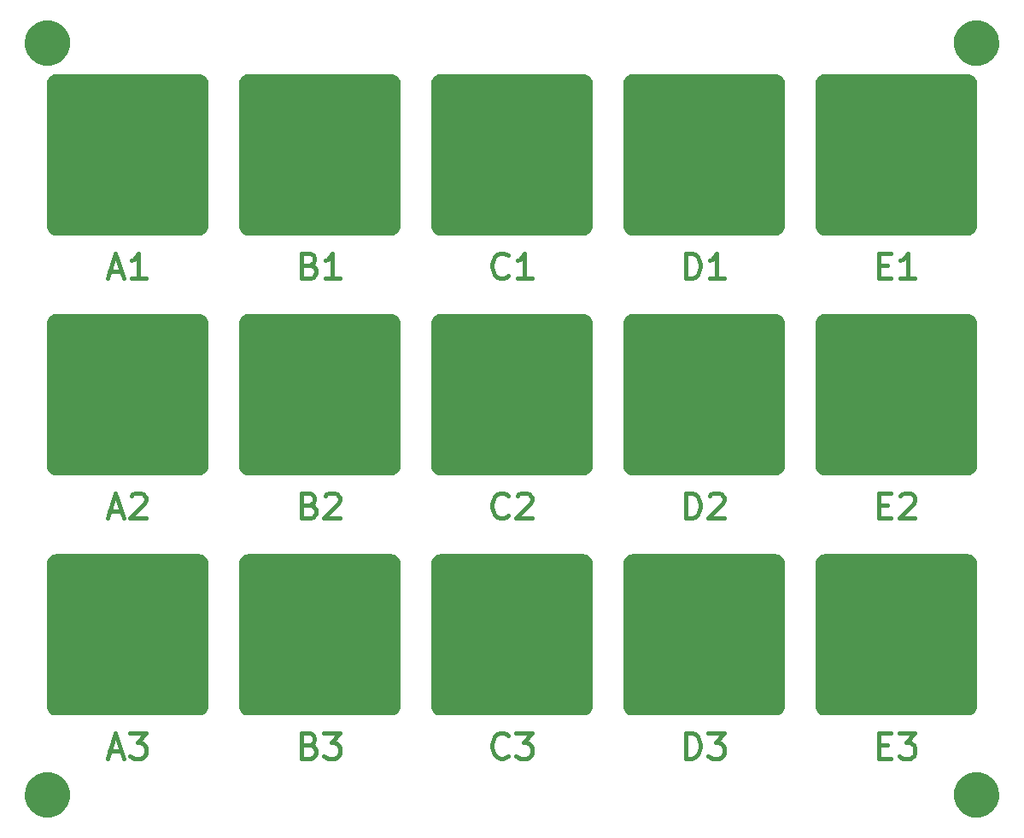
<source format=gts>
G04 #@! TF.GenerationSoftware,KiCad,Pcbnew,(5.0.2)-1*
G04 #@! TF.CreationDate,2019-04-26T21:04:54-07:00*
G04 #@! TF.ProjectId,Summit Top,53756d6d-6974-4205-946f-702e6b696361,rev?*
G04 #@! TF.SameCoordinates,Original*
G04 #@! TF.FileFunction,Soldermask,Top*
G04 #@! TF.FilePolarity,Negative*
%FSLAX46Y46*%
G04 Gerber Fmt 4.6, Leading zero omitted, Abs format (unit mm)*
G04 Created by KiCad (PCBNEW (5.0.2)-1) date 4/26/2019 9:04:54 PM*
%MOMM*%
%LPD*%
G01*
G04 APERTURE LIST*
%ADD10C,0.400000*%
%ADD11C,0.100000*%
G04 APERTURE END LIST*
D10*
X122098809Y-106183928D02*
X122932142Y-106183928D01*
X123289285Y-107493452D02*
X122098809Y-107493452D01*
X122098809Y-104993452D01*
X123289285Y-104993452D01*
X124122619Y-104993452D02*
X125670238Y-104993452D01*
X124836904Y-105945833D01*
X125194047Y-105945833D01*
X125432142Y-106064880D01*
X125551190Y-106183928D01*
X125670238Y-106422023D01*
X125670238Y-107017261D01*
X125551190Y-107255357D01*
X125432142Y-107374404D01*
X125194047Y-107493452D01*
X124479761Y-107493452D01*
X124241666Y-107374404D01*
X124122619Y-107255357D01*
X102929761Y-107493452D02*
X102929761Y-104993452D01*
X103525000Y-104993452D01*
X103882142Y-105112500D01*
X104120238Y-105350595D01*
X104239285Y-105588690D01*
X104358333Y-106064880D01*
X104358333Y-106422023D01*
X104239285Y-106898214D01*
X104120238Y-107136309D01*
X103882142Y-107374404D01*
X103525000Y-107493452D01*
X102929761Y-107493452D01*
X105191666Y-104993452D02*
X106739285Y-104993452D01*
X105905952Y-105945833D01*
X106263095Y-105945833D01*
X106501190Y-106064880D01*
X106620238Y-106183928D01*
X106739285Y-106422023D01*
X106739285Y-107017261D01*
X106620238Y-107255357D01*
X106501190Y-107374404D01*
X106263095Y-107493452D01*
X105548809Y-107493452D01*
X105310714Y-107374404D01*
X105191666Y-107255357D01*
X85308333Y-107255357D02*
X85189285Y-107374404D01*
X84832142Y-107493452D01*
X84594047Y-107493452D01*
X84236904Y-107374404D01*
X83998809Y-107136309D01*
X83879761Y-106898214D01*
X83760714Y-106422023D01*
X83760714Y-106064880D01*
X83879761Y-105588690D01*
X83998809Y-105350595D01*
X84236904Y-105112500D01*
X84594047Y-104993452D01*
X84832142Y-104993452D01*
X85189285Y-105112500D01*
X85308333Y-105231547D01*
X86141666Y-104993452D02*
X87689285Y-104993452D01*
X86855952Y-105945833D01*
X87213095Y-105945833D01*
X87451190Y-106064880D01*
X87570238Y-106183928D01*
X87689285Y-106422023D01*
X87689285Y-107017261D01*
X87570238Y-107255357D01*
X87451190Y-107374404D01*
X87213095Y-107493452D01*
X86498809Y-107493452D01*
X86260714Y-107374404D01*
X86141666Y-107255357D01*
X65663095Y-106183928D02*
X66020238Y-106302976D01*
X66139285Y-106422023D01*
X66258333Y-106660119D01*
X66258333Y-107017261D01*
X66139285Y-107255357D01*
X66020238Y-107374404D01*
X65782142Y-107493452D01*
X64829761Y-107493452D01*
X64829761Y-104993452D01*
X65663095Y-104993452D01*
X65901190Y-105112500D01*
X66020238Y-105231547D01*
X66139285Y-105469642D01*
X66139285Y-105707738D01*
X66020238Y-105945833D01*
X65901190Y-106064880D01*
X65663095Y-106183928D01*
X64829761Y-106183928D01*
X67091666Y-104993452D02*
X68639285Y-104993452D01*
X67805952Y-105945833D01*
X68163095Y-105945833D01*
X68401190Y-106064880D01*
X68520238Y-106183928D01*
X68639285Y-106422023D01*
X68639285Y-107017261D01*
X68520238Y-107255357D01*
X68401190Y-107374404D01*
X68163095Y-107493452D01*
X67448809Y-107493452D01*
X67210714Y-107374404D01*
X67091666Y-107255357D01*
X45839285Y-106779166D02*
X47029761Y-106779166D01*
X45601190Y-107493452D02*
X46434523Y-104993452D01*
X47267857Y-107493452D01*
X47863095Y-104993452D02*
X49410714Y-104993452D01*
X48577380Y-105945833D01*
X48934523Y-105945833D01*
X49172619Y-106064880D01*
X49291666Y-106183928D01*
X49410714Y-106422023D01*
X49410714Y-107017261D01*
X49291666Y-107255357D01*
X49172619Y-107374404D01*
X48934523Y-107493452D01*
X48220238Y-107493452D01*
X47982142Y-107374404D01*
X47863095Y-107255357D01*
X122098809Y-82371428D02*
X122932142Y-82371428D01*
X123289285Y-83680952D02*
X122098809Y-83680952D01*
X122098809Y-81180952D01*
X123289285Y-81180952D01*
X124241666Y-81419047D02*
X124360714Y-81300000D01*
X124598809Y-81180952D01*
X125194047Y-81180952D01*
X125432142Y-81300000D01*
X125551190Y-81419047D01*
X125670238Y-81657142D01*
X125670238Y-81895238D01*
X125551190Y-82252380D01*
X124122619Y-83680952D01*
X125670238Y-83680952D01*
X102929761Y-83680952D02*
X102929761Y-81180952D01*
X103525000Y-81180952D01*
X103882142Y-81300000D01*
X104120238Y-81538095D01*
X104239285Y-81776190D01*
X104358333Y-82252380D01*
X104358333Y-82609523D01*
X104239285Y-83085714D01*
X104120238Y-83323809D01*
X103882142Y-83561904D01*
X103525000Y-83680952D01*
X102929761Y-83680952D01*
X105310714Y-81419047D02*
X105429761Y-81300000D01*
X105667857Y-81180952D01*
X106263095Y-81180952D01*
X106501190Y-81300000D01*
X106620238Y-81419047D01*
X106739285Y-81657142D01*
X106739285Y-81895238D01*
X106620238Y-82252380D01*
X105191666Y-83680952D01*
X106739285Y-83680952D01*
X85308333Y-83442857D02*
X85189285Y-83561904D01*
X84832142Y-83680952D01*
X84594047Y-83680952D01*
X84236904Y-83561904D01*
X83998809Y-83323809D01*
X83879761Y-83085714D01*
X83760714Y-82609523D01*
X83760714Y-82252380D01*
X83879761Y-81776190D01*
X83998809Y-81538095D01*
X84236904Y-81300000D01*
X84594047Y-81180952D01*
X84832142Y-81180952D01*
X85189285Y-81300000D01*
X85308333Y-81419047D01*
X86260714Y-81419047D02*
X86379761Y-81300000D01*
X86617857Y-81180952D01*
X87213095Y-81180952D01*
X87451190Y-81300000D01*
X87570238Y-81419047D01*
X87689285Y-81657142D01*
X87689285Y-81895238D01*
X87570238Y-82252380D01*
X86141666Y-83680952D01*
X87689285Y-83680952D01*
X65663095Y-82371428D02*
X66020238Y-82490476D01*
X66139285Y-82609523D01*
X66258333Y-82847619D01*
X66258333Y-83204761D01*
X66139285Y-83442857D01*
X66020238Y-83561904D01*
X65782142Y-83680952D01*
X64829761Y-83680952D01*
X64829761Y-81180952D01*
X65663095Y-81180952D01*
X65901190Y-81300000D01*
X66020238Y-81419047D01*
X66139285Y-81657142D01*
X66139285Y-81895238D01*
X66020238Y-82133333D01*
X65901190Y-82252380D01*
X65663095Y-82371428D01*
X64829761Y-82371428D01*
X67210714Y-81419047D02*
X67329761Y-81300000D01*
X67567857Y-81180952D01*
X68163095Y-81180952D01*
X68401190Y-81300000D01*
X68520238Y-81419047D01*
X68639285Y-81657142D01*
X68639285Y-81895238D01*
X68520238Y-82252380D01*
X67091666Y-83680952D01*
X68639285Y-83680952D01*
X45839285Y-82966666D02*
X47029761Y-82966666D01*
X45601190Y-83680952D02*
X46434523Y-81180952D01*
X47267857Y-83680952D01*
X47982142Y-81419047D02*
X48101190Y-81300000D01*
X48339285Y-81180952D01*
X48934523Y-81180952D01*
X49172619Y-81300000D01*
X49291666Y-81419047D01*
X49410714Y-81657142D01*
X49410714Y-81895238D01*
X49291666Y-82252380D01*
X47863095Y-83680952D01*
X49410714Y-83680952D01*
X122098809Y-58558928D02*
X122932142Y-58558928D01*
X123289285Y-59868452D02*
X122098809Y-59868452D01*
X122098809Y-57368452D01*
X123289285Y-57368452D01*
X125670238Y-59868452D02*
X124241666Y-59868452D01*
X124955952Y-59868452D02*
X124955952Y-57368452D01*
X124717857Y-57725595D01*
X124479761Y-57963690D01*
X124241666Y-58082738D01*
X102929761Y-59868452D02*
X102929761Y-57368452D01*
X103525000Y-57368452D01*
X103882142Y-57487500D01*
X104120238Y-57725595D01*
X104239285Y-57963690D01*
X104358333Y-58439880D01*
X104358333Y-58797023D01*
X104239285Y-59273214D01*
X104120238Y-59511309D01*
X103882142Y-59749404D01*
X103525000Y-59868452D01*
X102929761Y-59868452D01*
X106739285Y-59868452D02*
X105310714Y-59868452D01*
X106025000Y-59868452D02*
X106025000Y-57368452D01*
X105786904Y-57725595D01*
X105548809Y-57963690D01*
X105310714Y-58082738D01*
X85308333Y-59630357D02*
X85189285Y-59749404D01*
X84832142Y-59868452D01*
X84594047Y-59868452D01*
X84236904Y-59749404D01*
X83998809Y-59511309D01*
X83879761Y-59273214D01*
X83760714Y-58797023D01*
X83760714Y-58439880D01*
X83879761Y-57963690D01*
X83998809Y-57725595D01*
X84236904Y-57487500D01*
X84594047Y-57368452D01*
X84832142Y-57368452D01*
X85189285Y-57487500D01*
X85308333Y-57606547D01*
X87689285Y-59868452D02*
X86260714Y-59868452D01*
X86975000Y-59868452D02*
X86975000Y-57368452D01*
X86736904Y-57725595D01*
X86498809Y-57963690D01*
X86260714Y-58082738D01*
X65663095Y-58558928D02*
X66020238Y-58677976D01*
X66139285Y-58797023D01*
X66258333Y-59035119D01*
X66258333Y-59392261D01*
X66139285Y-59630357D01*
X66020238Y-59749404D01*
X65782142Y-59868452D01*
X64829761Y-59868452D01*
X64829761Y-57368452D01*
X65663095Y-57368452D01*
X65901190Y-57487500D01*
X66020238Y-57606547D01*
X66139285Y-57844642D01*
X66139285Y-58082738D01*
X66020238Y-58320833D01*
X65901190Y-58439880D01*
X65663095Y-58558928D01*
X64829761Y-58558928D01*
X68639285Y-59868452D02*
X67210714Y-59868452D01*
X67925000Y-59868452D02*
X67925000Y-57368452D01*
X67686904Y-57725595D01*
X67448809Y-57963690D01*
X67210714Y-58082738D01*
X45839285Y-59154166D02*
X47029761Y-59154166D01*
X45601190Y-59868452D02*
X46434523Y-57368452D01*
X47267857Y-59868452D01*
X49410714Y-59868452D02*
X47982142Y-59868452D01*
X48696428Y-59868452D02*
X48696428Y-57368452D01*
X48458333Y-57725595D01*
X48220238Y-57963690D01*
X47982142Y-58082738D01*
D11*
G36*
X132070945Y-108891254D02*
X132419093Y-108960504D01*
X132828749Y-109130189D01*
X133197429Y-109376534D01*
X133510966Y-109690071D01*
X133757311Y-110058751D01*
X133926996Y-110468407D01*
X133977836Y-110724000D01*
X134013500Y-110903294D01*
X134013500Y-111346706D01*
X133996246Y-111433445D01*
X133926996Y-111781593D01*
X133757311Y-112191249D01*
X133510966Y-112559929D01*
X133197429Y-112873466D01*
X132828749Y-113119811D01*
X132419093Y-113289496D01*
X132070945Y-113358746D01*
X131984206Y-113376000D01*
X131540794Y-113376000D01*
X131454055Y-113358746D01*
X131105907Y-113289496D01*
X130696251Y-113119811D01*
X130327571Y-112873466D01*
X130014034Y-112559929D01*
X129767689Y-112191249D01*
X129598004Y-111781593D01*
X129528754Y-111433445D01*
X129511500Y-111346706D01*
X129511500Y-110903294D01*
X129547164Y-110724000D01*
X129598004Y-110468407D01*
X129767689Y-110058751D01*
X130014034Y-109690071D01*
X130327571Y-109376534D01*
X130696251Y-109130189D01*
X131105907Y-108960504D01*
X131454055Y-108891254D01*
X131540794Y-108874000D01*
X131984206Y-108874000D01*
X132070945Y-108891254D01*
X132070945Y-108891254D01*
G37*
G36*
X39995945Y-108891254D02*
X40344093Y-108960504D01*
X40753749Y-109130189D01*
X41122429Y-109376534D01*
X41435966Y-109690071D01*
X41682311Y-110058751D01*
X41851996Y-110468407D01*
X41902836Y-110724000D01*
X41938500Y-110903294D01*
X41938500Y-111346706D01*
X41921246Y-111433445D01*
X41851996Y-111781593D01*
X41682311Y-112191249D01*
X41435966Y-112559929D01*
X41122429Y-112873466D01*
X40753749Y-113119811D01*
X40344093Y-113289496D01*
X39995945Y-113358746D01*
X39909206Y-113376000D01*
X39465794Y-113376000D01*
X39379055Y-113358746D01*
X39030907Y-113289496D01*
X38621251Y-113119811D01*
X38252571Y-112873466D01*
X37939034Y-112559929D01*
X37692689Y-112191249D01*
X37523004Y-111781593D01*
X37453754Y-111433445D01*
X37436500Y-111346706D01*
X37436500Y-110903294D01*
X37472164Y-110724000D01*
X37523004Y-110468407D01*
X37692689Y-110058751D01*
X37939034Y-109690071D01*
X38252571Y-109376534D01*
X38621251Y-109130189D01*
X39030907Y-108960504D01*
X39379055Y-108891254D01*
X39465794Y-108874000D01*
X39909206Y-108874000D01*
X39995945Y-108891254D01*
X39995945Y-108891254D01*
G37*
G36*
X131108006Y-87267706D02*
X131274973Y-87318355D01*
X131428845Y-87400602D01*
X131563714Y-87511286D01*
X131674398Y-87646155D01*
X131756645Y-87800027D01*
X131807294Y-87966994D01*
X131825000Y-88146765D01*
X131825000Y-102353235D01*
X131807294Y-102533006D01*
X131756645Y-102699973D01*
X131674398Y-102853845D01*
X131563714Y-102988714D01*
X131428845Y-103099398D01*
X131274973Y-103181645D01*
X131108006Y-103232294D01*
X130928235Y-103250000D01*
X116721765Y-103250000D01*
X116541994Y-103232294D01*
X116375027Y-103181645D01*
X116221155Y-103099398D01*
X116086286Y-102988714D01*
X115975602Y-102853845D01*
X115893355Y-102699973D01*
X115842706Y-102533006D01*
X115825000Y-102353235D01*
X115825000Y-88146765D01*
X115842706Y-87966994D01*
X115893355Y-87800027D01*
X115975602Y-87646155D01*
X116086286Y-87511286D01*
X116221155Y-87400602D01*
X116375027Y-87318355D01*
X116541994Y-87267706D01*
X116721765Y-87250000D01*
X130928235Y-87250000D01*
X131108006Y-87267706D01*
X131108006Y-87267706D01*
G37*
G36*
X54908006Y-87267706D02*
X55074973Y-87318355D01*
X55228845Y-87400602D01*
X55363714Y-87511286D01*
X55474398Y-87646155D01*
X55556645Y-87800027D01*
X55607294Y-87966994D01*
X55625000Y-88146765D01*
X55625000Y-102353235D01*
X55607294Y-102533006D01*
X55556645Y-102699973D01*
X55474398Y-102853845D01*
X55363714Y-102988714D01*
X55228845Y-103099398D01*
X55074973Y-103181645D01*
X54908006Y-103232294D01*
X54728235Y-103250000D01*
X40521765Y-103250000D01*
X40341994Y-103232294D01*
X40175027Y-103181645D01*
X40021155Y-103099398D01*
X39886286Y-102988714D01*
X39775602Y-102853845D01*
X39693355Y-102699973D01*
X39642706Y-102533006D01*
X39625000Y-102353235D01*
X39625000Y-88146765D01*
X39642706Y-87966994D01*
X39693355Y-87800027D01*
X39775602Y-87646155D01*
X39886286Y-87511286D01*
X40021155Y-87400602D01*
X40175027Y-87318355D01*
X40341994Y-87267706D01*
X40521765Y-87250000D01*
X54728235Y-87250000D01*
X54908006Y-87267706D01*
X54908006Y-87267706D01*
G37*
G36*
X73958006Y-87267706D02*
X74124973Y-87318355D01*
X74278845Y-87400602D01*
X74413714Y-87511286D01*
X74524398Y-87646155D01*
X74606645Y-87800027D01*
X74657294Y-87966994D01*
X74675000Y-88146765D01*
X74675000Y-102353235D01*
X74657294Y-102533006D01*
X74606645Y-102699973D01*
X74524398Y-102853845D01*
X74413714Y-102988714D01*
X74278845Y-103099398D01*
X74124973Y-103181645D01*
X73958006Y-103232294D01*
X73778235Y-103250000D01*
X59571765Y-103250000D01*
X59391994Y-103232294D01*
X59225027Y-103181645D01*
X59071155Y-103099398D01*
X58936286Y-102988714D01*
X58825602Y-102853845D01*
X58743355Y-102699973D01*
X58692706Y-102533006D01*
X58675000Y-102353235D01*
X58675000Y-88146765D01*
X58692706Y-87966994D01*
X58743355Y-87800027D01*
X58825602Y-87646155D01*
X58936286Y-87511286D01*
X59071155Y-87400602D01*
X59225027Y-87318355D01*
X59391994Y-87267706D01*
X59571765Y-87250000D01*
X73778235Y-87250000D01*
X73958006Y-87267706D01*
X73958006Y-87267706D01*
G37*
G36*
X93008006Y-87267706D02*
X93174973Y-87318355D01*
X93328845Y-87400602D01*
X93463714Y-87511286D01*
X93574398Y-87646155D01*
X93656645Y-87800027D01*
X93707294Y-87966994D01*
X93725000Y-88146765D01*
X93725000Y-102353235D01*
X93707294Y-102533006D01*
X93656645Y-102699973D01*
X93574398Y-102853845D01*
X93463714Y-102988714D01*
X93328845Y-103099398D01*
X93174973Y-103181645D01*
X93008006Y-103232294D01*
X92828235Y-103250000D01*
X78621765Y-103250000D01*
X78441994Y-103232294D01*
X78275027Y-103181645D01*
X78121155Y-103099398D01*
X77986286Y-102988714D01*
X77875602Y-102853845D01*
X77793355Y-102699973D01*
X77742706Y-102533006D01*
X77725000Y-102353235D01*
X77725000Y-88146765D01*
X77742706Y-87966994D01*
X77793355Y-87800027D01*
X77875602Y-87646155D01*
X77986286Y-87511286D01*
X78121155Y-87400602D01*
X78275027Y-87318355D01*
X78441994Y-87267706D01*
X78621765Y-87250000D01*
X92828235Y-87250000D01*
X93008006Y-87267706D01*
X93008006Y-87267706D01*
G37*
G36*
X112058006Y-87267706D02*
X112224973Y-87318355D01*
X112378845Y-87400602D01*
X112513714Y-87511286D01*
X112624398Y-87646155D01*
X112706645Y-87800027D01*
X112757294Y-87966994D01*
X112775000Y-88146765D01*
X112775000Y-102353235D01*
X112757294Y-102533006D01*
X112706645Y-102699973D01*
X112624398Y-102853845D01*
X112513714Y-102988714D01*
X112378845Y-103099398D01*
X112224973Y-103181645D01*
X112058006Y-103232294D01*
X111878235Y-103250000D01*
X97671765Y-103250000D01*
X97491994Y-103232294D01*
X97325027Y-103181645D01*
X97171155Y-103099398D01*
X97036286Y-102988714D01*
X96925602Y-102853845D01*
X96843355Y-102699973D01*
X96792706Y-102533006D01*
X96775000Y-102353235D01*
X96775000Y-88146765D01*
X96792706Y-87966994D01*
X96843355Y-87800027D01*
X96925602Y-87646155D01*
X97036286Y-87511286D01*
X97171155Y-87400602D01*
X97325027Y-87318355D01*
X97491994Y-87267706D01*
X97671765Y-87250000D01*
X111878235Y-87250000D01*
X112058006Y-87267706D01*
X112058006Y-87267706D01*
G37*
G36*
X93008006Y-63455206D02*
X93174973Y-63505855D01*
X93328845Y-63588102D01*
X93463714Y-63698786D01*
X93574398Y-63833655D01*
X93656645Y-63987527D01*
X93707294Y-64154494D01*
X93725000Y-64334265D01*
X93725000Y-78540735D01*
X93707294Y-78720506D01*
X93656645Y-78887473D01*
X93574398Y-79041345D01*
X93463714Y-79176214D01*
X93328845Y-79286898D01*
X93174973Y-79369145D01*
X93008006Y-79419794D01*
X92828235Y-79437500D01*
X78621765Y-79437500D01*
X78441994Y-79419794D01*
X78275027Y-79369145D01*
X78121155Y-79286898D01*
X77986286Y-79176214D01*
X77875602Y-79041345D01*
X77793355Y-78887473D01*
X77742706Y-78720506D01*
X77725000Y-78540735D01*
X77725000Y-64334265D01*
X77742706Y-64154494D01*
X77793355Y-63987527D01*
X77875602Y-63833655D01*
X77986286Y-63698786D01*
X78121155Y-63588102D01*
X78275027Y-63505855D01*
X78441994Y-63455206D01*
X78621765Y-63437500D01*
X92828235Y-63437500D01*
X93008006Y-63455206D01*
X93008006Y-63455206D01*
G37*
G36*
X131108006Y-63455206D02*
X131274973Y-63505855D01*
X131428845Y-63588102D01*
X131563714Y-63698786D01*
X131674398Y-63833655D01*
X131756645Y-63987527D01*
X131807294Y-64154494D01*
X131825000Y-64334265D01*
X131825000Y-78540735D01*
X131807294Y-78720506D01*
X131756645Y-78887473D01*
X131674398Y-79041345D01*
X131563714Y-79176214D01*
X131428845Y-79286898D01*
X131274973Y-79369145D01*
X131108006Y-79419794D01*
X130928235Y-79437500D01*
X116721765Y-79437500D01*
X116541994Y-79419794D01*
X116375027Y-79369145D01*
X116221155Y-79286898D01*
X116086286Y-79176214D01*
X115975602Y-79041345D01*
X115893355Y-78887473D01*
X115842706Y-78720506D01*
X115825000Y-78540735D01*
X115825000Y-64334265D01*
X115842706Y-64154494D01*
X115893355Y-63987527D01*
X115975602Y-63833655D01*
X116086286Y-63698786D01*
X116221155Y-63588102D01*
X116375027Y-63505855D01*
X116541994Y-63455206D01*
X116721765Y-63437500D01*
X130928235Y-63437500D01*
X131108006Y-63455206D01*
X131108006Y-63455206D01*
G37*
G36*
X112058006Y-63455206D02*
X112224973Y-63505855D01*
X112378845Y-63588102D01*
X112513714Y-63698786D01*
X112624398Y-63833655D01*
X112706645Y-63987527D01*
X112757294Y-64154494D01*
X112775000Y-64334265D01*
X112775000Y-78540735D01*
X112757294Y-78720506D01*
X112706645Y-78887473D01*
X112624398Y-79041345D01*
X112513714Y-79176214D01*
X112378845Y-79286898D01*
X112224973Y-79369145D01*
X112058006Y-79419794D01*
X111878235Y-79437500D01*
X97671765Y-79437500D01*
X97491994Y-79419794D01*
X97325027Y-79369145D01*
X97171155Y-79286898D01*
X97036286Y-79176214D01*
X96925602Y-79041345D01*
X96843355Y-78887473D01*
X96792706Y-78720506D01*
X96775000Y-78540735D01*
X96775000Y-64334265D01*
X96792706Y-64154494D01*
X96843355Y-63987527D01*
X96925602Y-63833655D01*
X97036286Y-63698786D01*
X97171155Y-63588102D01*
X97325027Y-63505855D01*
X97491994Y-63455206D01*
X97671765Y-63437500D01*
X111878235Y-63437500D01*
X112058006Y-63455206D01*
X112058006Y-63455206D01*
G37*
G36*
X73958006Y-63455206D02*
X74124973Y-63505855D01*
X74278845Y-63588102D01*
X74413714Y-63698786D01*
X74524398Y-63833655D01*
X74606645Y-63987527D01*
X74657294Y-64154494D01*
X74675000Y-64334265D01*
X74675000Y-78540735D01*
X74657294Y-78720506D01*
X74606645Y-78887473D01*
X74524398Y-79041345D01*
X74413714Y-79176214D01*
X74278845Y-79286898D01*
X74124973Y-79369145D01*
X73958006Y-79419794D01*
X73778235Y-79437500D01*
X59571765Y-79437500D01*
X59391994Y-79419794D01*
X59225027Y-79369145D01*
X59071155Y-79286898D01*
X58936286Y-79176214D01*
X58825602Y-79041345D01*
X58743355Y-78887473D01*
X58692706Y-78720506D01*
X58675000Y-78540735D01*
X58675000Y-64334265D01*
X58692706Y-64154494D01*
X58743355Y-63987527D01*
X58825602Y-63833655D01*
X58936286Y-63698786D01*
X59071155Y-63588102D01*
X59225027Y-63505855D01*
X59391994Y-63455206D01*
X59571765Y-63437500D01*
X73778235Y-63437500D01*
X73958006Y-63455206D01*
X73958006Y-63455206D01*
G37*
G36*
X54908006Y-63455206D02*
X55074973Y-63505855D01*
X55228845Y-63588102D01*
X55363714Y-63698786D01*
X55474398Y-63833655D01*
X55556645Y-63987527D01*
X55607294Y-64154494D01*
X55625000Y-64334265D01*
X55625000Y-78540735D01*
X55607294Y-78720506D01*
X55556645Y-78887473D01*
X55474398Y-79041345D01*
X55363714Y-79176214D01*
X55228845Y-79286898D01*
X55074973Y-79369145D01*
X54908006Y-79419794D01*
X54728235Y-79437500D01*
X40521765Y-79437500D01*
X40341994Y-79419794D01*
X40175027Y-79369145D01*
X40021155Y-79286898D01*
X39886286Y-79176214D01*
X39775602Y-79041345D01*
X39693355Y-78887473D01*
X39642706Y-78720506D01*
X39625000Y-78540735D01*
X39625000Y-64334265D01*
X39642706Y-64154494D01*
X39693355Y-63987527D01*
X39775602Y-63833655D01*
X39886286Y-63698786D01*
X40021155Y-63588102D01*
X40175027Y-63505855D01*
X40341994Y-63455206D01*
X40521765Y-63437500D01*
X54728235Y-63437500D01*
X54908006Y-63455206D01*
X54908006Y-63455206D01*
G37*
G36*
X54908006Y-39642706D02*
X55074973Y-39693355D01*
X55228845Y-39775602D01*
X55363714Y-39886286D01*
X55474398Y-40021155D01*
X55556645Y-40175027D01*
X55607294Y-40341994D01*
X55625000Y-40521765D01*
X55625000Y-54728235D01*
X55607294Y-54908006D01*
X55556645Y-55074973D01*
X55474398Y-55228845D01*
X55363714Y-55363714D01*
X55228845Y-55474398D01*
X55074973Y-55556645D01*
X54908006Y-55607294D01*
X54728235Y-55625000D01*
X40521765Y-55625000D01*
X40341994Y-55607294D01*
X40175027Y-55556645D01*
X40021155Y-55474398D01*
X39886286Y-55363714D01*
X39775602Y-55228845D01*
X39693355Y-55074973D01*
X39642706Y-54908006D01*
X39625000Y-54728235D01*
X39625000Y-40521765D01*
X39642706Y-40341994D01*
X39693355Y-40175027D01*
X39775602Y-40021155D01*
X39886286Y-39886286D01*
X40021155Y-39775602D01*
X40175027Y-39693355D01*
X40341994Y-39642706D01*
X40521765Y-39625000D01*
X54728235Y-39625000D01*
X54908006Y-39642706D01*
X54908006Y-39642706D01*
G37*
G36*
X131108006Y-39642706D02*
X131274973Y-39693355D01*
X131428845Y-39775602D01*
X131563714Y-39886286D01*
X131674398Y-40021155D01*
X131756645Y-40175027D01*
X131807294Y-40341994D01*
X131825000Y-40521765D01*
X131825000Y-54728235D01*
X131807294Y-54908006D01*
X131756645Y-55074973D01*
X131674398Y-55228845D01*
X131563714Y-55363714D01*
X131428845Y-55474398D01*
X131274973Y-55556645D01*
X131108006Y-55607294D01*
X130928235Y-55625000D01*
X116721765Y-55625000D01*
X116541994Y-55607294D01*
X116375027Y-55556645D01*
X116221155Y-55474398D01*
X116086286Y-55363714D01*
X115975602Y-55228845D01*
X115893355Y-55074973D01*
X115842706Y-54908006D01*
X115825000Y-54728235D01*
X115825000Y-40521765D01*
X115842706Y-40341994D01*
X115893355Y-40175027D01*
X115975602Y-40021155D01*
X116086286Y-39886286D01*
X116221155Y-39775602D01*
X116375027Y-39693355D01*
X116541994Y-39642706D01*
X116721765Y-39625000D01*
X130928235Y-39625000D01*
X131108006Y-39642706D01*
X131108006Y-39642706D01*
G37*
G36*
X112058006Y-39642706D02*
X112224973Y-39693355D01*
X112378845Y-39775602D01*
X112513714Y-39886286D01*
X112624398Y-40021155D01*
X112706645Y-40175027D01*
X112757294Y-40341994D01*
X112775000Y-40521765D01*
X112775000Y-54728235D01*
X112757294Y-54908006D01*
X112706645Y-55074973D01*
X112624398Y-55228845D01*
X112513714Y-55363714D01*
X112378845Y-55474398D01*
X112224973Y-55556645D01*
X112058006Y-55607294D01*
X111878235Y-55625000D01*
X97671765Y-55625000D01*
X97491994Y-55607294D01*
X97325027Y-55556645D01*
X97171155Y-55474398D01*
X97036286Y-55363714D01*
X96925602Y-55228845D01*
X96843355Y-55074973D01*
X96792706Y-54908006D01*
X96775000Y-54728235D01*
X96775000Y-40521765D01*
X96792706Y-40341994D01*
X96843355Y-40175027D01*
X96925602Y-40021155D01*
X97036286Y-39886286D01*
X97171155Y-39775602D01*
X97325027Y-39693355D01*
X97491994Y-39642706D01*
X97671765Y-39625000D01*
X111878235Y-39625000D01*
X112058006Y-39642706D01*
X112058006Y-39642706D01*
G37*
G36*
X93008006Y-39642706D02*
X93174973Y-39693355D01*
X93328845Y-39775602D01*
X93463714Y-39886286D01*
X93574398Y-40021155D01*
X93656645Y-40175027D01*
X93707294Y-40341994D01*
X93725000Y-40521765D01*
X93725000Y-54728235D01*
X93707294Y-54908006D01*
X93656645Y-55074973D01*
X93574398Y-55228845D01*
X93463714Y-55363714D01*
X93328845Y-55474398D01*
X93174973Y-55556645D01*
X93008006Y-55607294D01*
X92828235Y-55625000D01*
X78621765Y-55625000D01*
X78441994Y-55607294D01*
X78275027Y-55556645D01*
X78121155Y-55474398D01*
X77986286Y-55363714D01*
X77875602Y-55228845D01*
X77793355Y-55074973D01*
X77742706Y-54908006D01*
X77725000Y-54728235D01*
X77725000Y-40521765D01*
X77742706Y-40341994D01*
X77793355Y-40175027D01*
X77875602Y-40021155D01*
X77986286Y-39886286D01*
X78121155Y-39775602D01*
X78275027Y-39693355D01*
X78441994Y-39642706D01*
X78621765Y-39625000D01*
X92828235Y-39625000D01*
X93008006Y-39642706D01*
X93008006Y-39642706D01*
G37*
G36*
X73958006Y-39642706D02*
X74124973Y-39693355D01*
X74278845Y-39775602D01*
X74413714Y-39886286D01*
X74524398Y-40021155D01*
X74606645Y-40175027D01*
X74657294Y-40341994D01*
X74675000Y-40521765D01*
X74675000Y-54728235D01*
X74657294Y-54908006D01*
X74606645Y-55074973D01*
X74524398Y-55228845D01*
X74413714Y-55363714D01*
X74278845Y-55474398D01*
X74124973Y-55556645D01*
X73958006Y-55607294D01*
X73778235Y-55625000D01*
X59571765Y-55625000D01*
X59391994Y-55607294D01*
X59225027Y-55556645D01*
X59071155Y-55474398D01*
X58936286Y-55363714D01*
X58825602Y-55228845D01*
X58743355Y-55074973D01*
X58692706Y-54908006D01*
X58675000Y-54728235D01*
X58675000Y-40521765D01*
X58692706Y-40341994D01*
X58743355Y-40175027D01*
X58825602Y-40021155D01*
X58936286Y-39886286D01*
X59071155Y-39775602D01*
X59225027Y-39693355D01*
X59391994Y-39642706D01*
X59571765Y-39625000D01*
X73778235Y-39625000D01*
X73958006Y-39642706D01*
X73958006Y-39642706D01*
G37*
G36*
X39995945Y-34278754D02*
X40344093Y-34348004D01*
X40753749Y-34517689D01*
X41122429Y-34764034D01*
X41435966Y-35077571D01*
X41682311Y-35446251D01*
X41851996Y-35855907D01*
X41902836Y-36111500D01*
X41938500Y-36290794D01*
X41938500Y-36734206D01*
X41921246Y-36820945D01*
X41851996Y-37169093D01*
X41682311Y-37578749D01*
X41435966Y-37947429D01*
X41122429Y-38260966D01*
X40753749Y-38507311D01*
X40344093Y-38676996D01*
X39995945Y-38746246D01*
X39909206Y-38763500D01*
X39465794Y-38763500D01*
X39379055Y-38746246D01*
X39030907Y-38676996D01*
X38621251Y-38507311D01*
X38252571Y-38260966D01*
X37939034Y-37947429D01*
X37692689Y-37578749D01*
X37523004Y-37169093D01*
X37453754Y-36820945D01*
X37436500Y-36734206D01*
X37436500Y-36290794D01*
X37472164Y-36111500D01*
X37523004Y-35855907D01*
X37692689Y-35446251D01*
X37939034Y-35077571D01*
X38252571Y-34764034D01*
X38621251Y-34517689D01*
X39030907Y-34348004D01*
X39379055Y-34278754D01*
X39465794Y-34261500D01*
X39909206Y-34261500D01*
X39995945Y-34278754D01*
X39995945Y-34278754D01*
G37*
G36*
X132070945Y-34278754D02*
X132419093Y-34348004D01*
X132828749Y-34517689D01*
X133197429Y-34764034D01*
X133510966Y-35077571D01*
X133757311Y-35446251D01*
X133926996Y-35855907D01*
X133977836Y-36111500D01*
X134013500Y-36290794D01*
X134013500Y-36734206D01*
X133996246Y-36820945D01*
X133926996Y-37169093D01*
X133757311Y-37578749D01*
X133510966Y-37947429D01*
X133197429Y-38260966D01*
X132828749Y-38507311D01*
X132419093Y-38676996D01*
X132070945Y-38746246D01*
X131984206Y-38763500D01*
X131540794Y-38763500D01*
X131454055Y-38746246D01*
X131105907Y-38676996D01*
X130696251Y-38507311D01*
X130327571Y-38260966D01*
X130014034Y-37947429D01*
X129767689Y-37578749D01*
X129598004Y-37169093D01*
X129528754Y-36820945D01*
X129511500Y-36734206D01*
X129511500Y-36290794D01*
X129547164Y-36111500D01*
X129598004Y-35855907D01*
X129767689Y-35446251D01*
X130014034Y-35077571D01*
X130327571Y-34764034D01*
X130696251Y-34517689D01*
X131105907Y-34348004D01*
X131454055Y-34278754D01*
X131540794Y-34261500D01*
X131984206Y-34261500D01*
X132070945Y-34278754D01*
X132070945Y-34278754D01*
G37*
M02*

</source>
